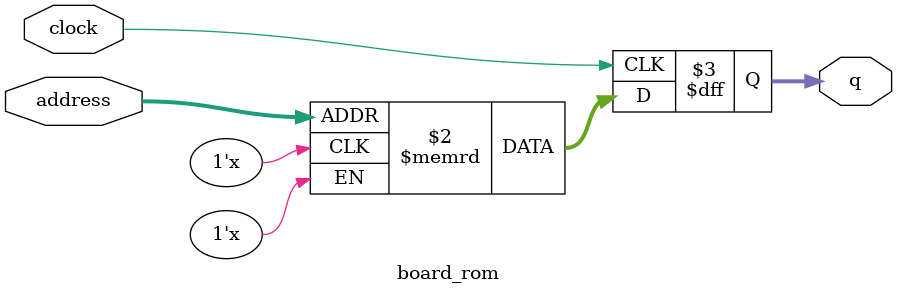
<source format=sv>
module board_rom (
	input logic clock,
	input logic [15:0] address,
	output logic [3:0] q
);

logic [3:0] memory [0:57599] /* synthesis ram_init_file = "./board/board.COE" */;

always_ff @ (posedge clock) begin
	q <= memory[address];
end

endmodule

</source>
